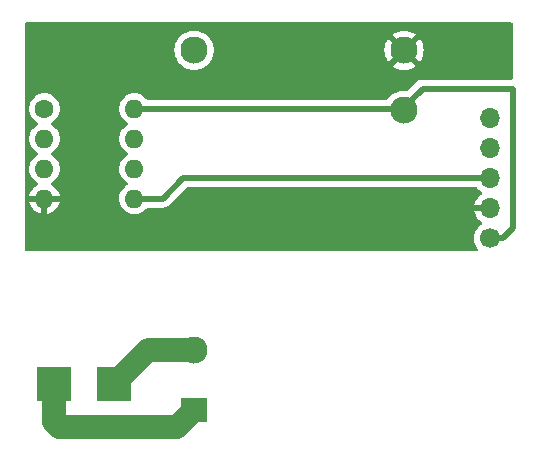
<source format=gbr>
%TF.GenerationSoftware,KiCad,Pcbnew,6.0.2+dfsg-1*%
%TF.CreationDate,2023-07-16T21:42:27+02:00*%
%TF.ProjectId,buzzer,62757a7a-6572-42e6-9b69-6361645f7063,rev?*%
%TF.SameCoordinates,Original*%
%TF.FileFunction,Copper,L1,Top*%
%TF.FilePolarity,Positive*%
%FSLAX46Y46*%
G04 Gerber Fmt 4.6, Leading zero omitted, Abs format (unit mm)*
G04 Created by KiCad (PCBNEW 6.0.2+dfsg-1) date 2023-07-16 21:42:27*
%MOMM*%
%LPD*%
G01*
G04 APERTURE LIST*
%TA.AperFunction,ComponentPad*%
%ADD10R,2.300000X2.000000*%
%TD*%
%TA.AperFunction,ComponentPad*%
%ADD11C,2.300000*%
%TD*%
%TA.AperFunction,ComponentPad*%
%ADD12R,3.000000X3.000000*%
%TD*%
%TA.AperFunction,ComponentPad*%
%ADD13C,1.600000*%
%TD*%
%TA.AperFunction,ComponentPad*%
%ADD14O,1.600000X1.600000*%
%TD*%
%TA.AperFunction,ComponentPad*%
%ADD15C,1.700000*%
%TD*%
%TA.AperFunction,ComponentPad*%
%ADD16O,1.700000X1.700000*%
%TD*%
%TA.AperFunction,Conductor*%
%ADD17C,0.500000*%
%TD*%
%TA.AperFunction,Conductor*%
%ADD18C,0.250000*%
%TD*%
%TA.AperFunction,Conductor*%
%ADD19C,2.000000*%
%TD*%
G04 APERTURE END LIST*
D10*
%TO.P,PS1,1,AC/L*%
%TO.N,Net-(J2-Pad1)*%
X44149574Y-62794667D03*
D11*
%TO.P,PS1,3,AC/N*%
%TO.N,Net-(PS1-Pad3)*%
X44149574Y-57714667D03*
%TO.P,PS1,5,NC*%
%TO.N,unconnected-(PS1-Pad5)*%
X44149574Y-32314667D03*
%TO.P,PS1,14,-Vo*%
%TO.N,GND*%
X61929574Y-32314667D03*
%TO.P,PS1,16,+Vo*%
%TO.N,Vcc*%
X61929574Y-37394667D03*
%TD*%
D12*
%TO.P,AC-IN,1,Pin_1*%
%TO.N,Net-(J2-Pad1)*%
X32290015Y-60595007D03*
%TO.P,AC-IN,2,Pin_2*%
%TO.N,Net-(PS1-Pad3)*%
X37370015Y-60595007D03*
%TD*%
D13*
%TO.P,U1,1,~{RESET}/PB5*%
%TO.N,unconnected-(U1-Pad1)*%
X31482062Y-37256538D03*
D14*
%TO.P,U1,2,PB3*%
%TO.N,unconnected-(U1-Pad2)*%
X31482062Y-39796538D03*
%TO.P,U1,3,PB4*%
%TO.N,unconnected-(U1-Pad3)*%
X31482062Y-42336538D03*
%TO.P,U1,4,GND*%
%TO.N,GND*%
X31482062Y-44876538D03*
%TO.P,U1,5,PB0*%
%TO.N,Net-(J1-Pad3)*%
X39102062Y-44876538D03*
%TO.P,U1,6,PB1*%
%TO.N,unconnected-(U1-Pad6)*%
X39102062Y-42336538D03*
%TO.P,U1,7,PB2*%
%TO.N,unconnected-(U1-Pad7)*%
X39102062Y-39796538D03*
%TO.P,U1,8,VCC*%
%TO.N,Vcc*%
X39102062Y-37256538D03*
%TD*%
D15*
%TO.P,HC-12,1,Pin_1*%
%TO.N,Vcc*%
X69206823Y-48230000D03*
D16*
%TO.P,HC-12,2,Pin_2*%
%TO.N,GND*%
X69206823Y-45690000D03*
%TO.P,HC-12,3,Pin_3*%
%TO.N,Net-(J1-Pad3)*%
X69206823Y-43150000D03*
%TO.P,HC-12,4,Pin_4*%
%TO.N,unconnected-(J1-Pad4)*%
X69206823Y-40610000D03*
%TO.P,HC-12,5,Pin_5*%
%TO.N,unconnected-(J1-Pad5)*%
X69206823Y-38070000D03*
%TD*%
D17*
%TO.N,Net-(J1-Pad3)*%
X41483462Y-44876538D02*
X43210000Y-43150000D01*
X43210000Y-43150000D02*
X69206823Y-43150000D01*
X39102062Y-44876538D02*
X41483462Y-44876538D01*
%TO.N,Vcc*%
X69206823Y-48230000D02*
X70272875Y-48230000D01*
X61791445Y-37256538D02*
X63487983Y-35560000D01*
X71120000Y-47382875D02*
X71120000Y-45720000D01*
X63487983Y-35560000D02*
X71120000Y-35560000D01*
D18*
X61791445Y-37256538D02*
X61929574Y-37394667D01*
D17*
X71120000Y-35560000D02*
X71120000Y-45720000D01*
X70272875Y-48230000D02*
X71120000Y-47382875D01*
X39102062Y-37256538D02*
X61791445Y-37256538D01*
D19*
%TO.N,Net-(J2-Pad1)*%
X42689695Y-64254546D02*
X32739810Y-64254546D01*
X32739810Y-64254546D02*
X32290015Y-63804751D01*
X44149574Y-62794667D02*
X42689695Y-64254546D01*
X32290015Y-63804751D02*
X32290015Y-60595007D01*
%TO.N,Net-(PS1-Pad3)*%
X40250355Y-57714667D02*
X44149574Y-57714667D01*
X37370015Y-60595007D02*
X40250355Y-57714667D01*
%TD*%
%TA.AperFunction,Conductor*%
%TO.N,GND*%
G36*
X71062121Y-29978550D02*
G01*
X71108614Y-30032206D01*
X71120000Y-30084548D01*
X71120000Y-34675500D01*
X71099998Y-34743621D01*
X71046342Y-34790114D01*
X70994000Y-34801500D01*
X63555053Y-34801500D01*
X63536103Y-34800067D01*
X63521868Y-34797901D01*
X63521864Y-34797901D01*
X63514634Y-34796801D01*
X63507342Y-34797394D01*
X63507339Y-34797394D01*
X63461965Y-34801085D01*
X63451750Y-34801500D01*
X63443690Y-34801500D01*
X63430400Y-34803049D01*
X63415476Y-34804789D01*
X63411101Y-34805222D01*
X63345644Y-34810546D01*
X63345641Y-34810547D01*
X63338346Y-34811140D01*
X63331382Y-34813396D01*
X63325423Y-34814587D01*
X63319568Y-34815971D01*
X63312302Y-34816818D01*
X63243656Y-34841735D01*
X63239528Y-34843152D01*
X63177047Y-34863393D01*
X63177045Y-34863394D01*
X63170084Y-34865649D01*
X63163829Y-34869445D01*
X63158355Y-34871951D01*
X63152925Y-34874670D01*
X63146046Y-34877167D01*
X63139926Y-34881180D01*
X63139925Y-34881180D01*
X63085007Y-34917186D01*
X63081303Y-34919523D01*
X63018876Y-34957405D01*
X63010499Y-34964803D01*
X63010475Y-34964776D01*
X63007483Y-34967429D01*
X63004250Y-34970132D01*
X62998131Y-34974144D01*
X62993099Y-34979456D01*
X62944855Y-35030383D01*
X62942477Y-35032825D01*
X62262378Y-35712924D01*
X62200066Y-35746950D01*
X62163397Y-35749441D01*
X61934504Y-35731427D01*
X61929574Y-35731039D01*
X61669325Y-35751521D01*
X61664518Y-35752675D01*
X61664512Y-35752676D01*
X61504505Y-35791091D01*
X61415485Y-35812463D01*
X61410914Y-35814356D01*
X61410912Y-35814357D01*
X61178877Y-35910469D01*
X61178873Y-35910471D01*
X61174303Y-35912364D01*
X60951718Y-36048764D01*
X60753211Y-36218304D01*
X60583671Y-36416811D01*
X60581086Y-36421029D01*
X60581084Y-36421032D01*
X60570763Y-36437874D01*
X60518115Y-36485505D01*
X60463331Y-36498038D01*
X40233929Y-36498038D01*
X40165808Y-36478036D01*
X40130717Y-36444310D01*
X40108260Y-36412238D01*
X39946362Y-36250340D01*
X39941854Y-36247183D01*
X39941851Y-36247181D01*
X39863673Y-36192440D01*
X39758811Y-36119015D01*
X39753829Y-36116692D01*
X39753824Y-36116689D01*
X39556287Y-36024577D01*
X39556286Y-36024577D01*
X39551305Y-36022254D01*
X39545997Y-36020832D01*
X39545995Y-36020831D01*
X39335464Y-35964419D01*
X39335462Y-35964419D01*
X39330149Y-35962995D01*
X39102062Y-35943040D01*
X38873975Y-35962995D01*
X38868662Y-35964419D01*
X38868660Y-35964419D01*
X38658129Y-36020831D01*
X38658127Y-36020832D01*
X38652819Y-36022254D01*
X38647838Y-36024577D01*
X38647837Y-36024577D01*
X38450300Y-36116689D01*
X38450295Y-36116692D01*
X38445313Y-36119015D01*
X38340451Y-36192440D01*
X38262273Y-36247181D01*
X38262270Y-36247183D01*
X38257762Y-36250340D01*
X38095864Y-36412238D01*
X37964539Y-36599789D01*
X37962216Y-36604771D01*
X37962213Y-36604776D01*
X37893530Y-36752069D01*
X37867778Y-36807295D01*
X37866356Y-36812603D01*
X37866355Y-36812605D01*
X37834336Y-36932101D01*
X37808519Y-37028451D01*
X37788564Y-37256538D01*
X37808519Y-37484625D01*
X37809943Y-37489938D01*
X37809943Y-37489940D01*
X37854149Y-37654916D01*
X37867778Y-37705781D01*
X37870101Y-37710762D01*
X37870101Y-37710763D01*
X37962213Y-37908300D01*
X37962216Y-37908305D01*
X37964539Y-37913287D01*
X37967696Y-37917795D01*
X38090250Y-38092820D01*
X38095864Y-38100838D01*
X38257762Y-38262736D01*
X38262270Y-38265893D01*
X38262273Y-38265895D01*
X38340451Y-38320636D01*
X38445313Y-38394061D01*
X38450295Y-38396384D01*
X38450300Y-38396387D01*
X38484519Y-38412343D01*
X38537804Y-38459260D01*
X38557265Y-38527537D01*
X38536723Y-38595497D01*
X38484519Y-38640733D01*
X38450300Y-38656689D01*
X38450295Y-38656692D01*
X38445313Y-38659015D01*
X38402462Y-38689020D01*
X38262273Y-38787181D01*
X38262270Y-38787183D01*
X38257762Y-38790340D01*
X38095864Y-38952238D01*
X38092707Y-38956746D01*
X38092705Y-38956749D01*
X38077807Y-38978026D01*
X37964539Y-39139789D01*
X37962216Y-39144771D01*
X37962213Y-39144776D01*
X37874947Y-39331921D01*
X37867778Y-39347295D01*
X37866356Y-39352603D01*
X37866355Y-39352605D01*
X37834335Y-39472104D01*
X37808519Y-39568451D01*
X37788564Y-39796538D01*
X37808519Y-40024625D01*
X37809943Y-40029938D01*
X37809943Y-40029940D01*
X37839248Y-40139305D01*
X37867778Y-40245781D01*
X37870101Y-40250762D01*
X37870101Y-40250763D01*
X37962213Y-40448300D01*
X37962216Y-40448305D01*
X37964539Y-40453287D01*
X38095864Y-40640838D01*
X38257762Y-40802736D01*
X38262270Y-40805893D01*
X38262273Y-40805895D01*
X38340451Y-40860636D01*
X38445313Y-40934061D01*
X38450295Y-40936384D01*
X38450300Y-40936387D01*
X38484519Y-40952343D01*
X38537804Y-40999260D01*
X38557265Y-41067537D01*
X38536723Y-41135497D01*
X38484519Y-41180733D01*
X38450300Y-41196689D01*
X38450295Y-41196692D01*
X38445313Y-41199015D01*
X38402462Y-41229020D01*
X38262273Y-41327181D01*
X38262270Y-41327183D01*
X38257762Y-41330340D01*
X38095864Y-41492238D01*
X37964539Y-41679789D01*
X37962216Y-41684771D01*
X37962213Y-41684776D01*
X37874947Y-41871921D01*
X37867778Y-41887295D01*
X37866356Y-41892603D01*
X37866355Y-41892605D01*
X37834335Y-42012104D01*
X37808519Y-42108451D01*
X37788564Y-42336538D01*
X37808519Y-42564625D01*
X37867778Y-42785781D01*
X37870101Y-42790762D01*
X37870101Y-42790763D01*
X37962213Y-42988300D01*
X37962216Y-42988305D01*
X37964539Y-42993287D01*
X38095864Y-43180838D01*
X38257762Y-43342736D01*
X38262270Y-43345893D01*
X38262273Y-43345895D01*
X38340451Y-43400636D01*
X38445313Y-43474061D01*
X38450295Y-43476384D01*
X38450300Y-43476387D01*
X38484519Y-43492343D01*
X38537804Y-43539260D01*
X38557265Y-43607537D01*
X38536723Y-43675497D01*
X38484519Y-43720733D01*
X38450300Y-43736689D01*
X38450295Y-43736692D01*
X38445313Y-43739015D01*
X38340451Y-43812440D01*
X38262273Y-43867181D01*
X38262270Y-43867183D01*
X38257762Y-43870340D01*
X38095864Y-44032238D01*
X37964539Y-44219789D01*
X37962216Y-44224771D01*
X37962213Y-44224776D01*
X37874796Y-44412245D01*
X37867778Y-44427295D01*
X37866356Y-44432603D01*
X37866355Y-44432605D01*
X37816527Y-44618565D01*
X37808519Y-44648451D01*
X37788564Y-44876538D01*
X37808519Y-45104625D01*
X37809943Y-45109938D01*
X37809943Y-45109940D01*
X37840632Y-45224470D01*
X37867778Y-45325781D01*
X37870101Y-45330762D01*
X37870101Y-45330763D01*
X37962213Y-45528300D01*
X37962216Y-45528305D01*
X37964539Y-45533287D01*
X38095864Y-45720838D01*
X38257762Y-45882736D01*
X38262270Y-45885893D01*
X38262273Y-45885895D01*
X38262596Y-45886121D01*
X38445313Y-46014061D01*
X38450295Y-46016384D01*
X38450300Y-46016387D01*
X38646827Y-46108028D01*
X38652819Y-46110822D01*
X38658127Y-46112244D01*
X38658129Y-46112245D01*
X38868660Y-46168657D01*
X38868662Y-46168657D01*
X38873975Y-46170081D01*
X39102062Y-46190036D01*
X39330149Y-46170081D01*
X39335462Y-46168657D01*
X39335464Y-46168657D01*
X39545995Y-46112245D01*
X39545997Y-46112244D01*
X39551305Y-46110822D01*
X39557297Y-46108028D01*
X39753824Y-46016387D01*
X39753829Y-46016384D01*
X39758811Y-46014061D01*
X39941528Y-45886121D01*
X39941851Y-45885895D01*
X39941854Y-45885893D01*
X39946362Y-45882736D01*
X40108260Y-45720838D01*
X40130717Y-45688767D01*
X40186172Y-45644439D01*
X40233929Y-45635038D01*
X41416392Y-45635038D01*
X41435342Y-45636471D01*
X41449577Y-45638637D01*
X41449581Y-45638637D01*
X41456811Y-45639737D01*
X41464103Y-45639144D01*
X41464106Y-45639144D01*
X41509480Y-45635453D01*
X41519695Y-45635038D01*
X41527755Y-45635038D01*
X41541045Y-45633489D01*
X41555969Y-45631749D01*
X41560344Y-45631316D01*
X41625801Y-45625992D01*
X41625804Y-45625991D01*
X41633099Y-45625398D01*
X41640063Y-45623142D01*
X41646022Y-45621951D01*
X41651877Y-45620567D01*
X41659143Y-45619720D01*
X41727789Y-45594803D01*
X41731917Y-45593386D01*
X41794398Y-45573145D01*
X41794400Y-45573144D01*
X41801361Y-45570889D01*
X41807616Y-45567093D01*
X41813090Y-45564587D01*
X41818520Y-45561868D01*
X41825399Y-45559371D01*
X41858689Y-45537545D01*
X41886438Y-45519352D01*
X41890142Y-45517015D01*
X41952569Y-45479133D01*
X41960946Y-45471735D01*
X41960970Y-45471762D01*
X41963962Y-45469109D01*
X41967195Y-45466406D01*
X41973314Y-45462394D01*
X42026590Y-45406155D01*
X42028968Y-45403713D01*
X43487276Y-43945405D01*
X43549588Y-43911379D01*
X43576371Y-43908500D01*
X68009314Y-43908500D01*
X68077435Y-43928502D01*
X68106225Y-43955595D01*
X68106810Y-43955088D01*
X68253073Y-44123938D01*
X68424949Y-44266632D01*
X68498778Y-44309774D01*
X68547502Y-44361412D01*
X68560573Y-44431195D01*
X68533842Y-44496967D01*
X68493385Y-44530327D01*
X68485280Y-44534546D01*
X68476561Y-44540036D01*
X68306256Y-44667905D01*
X68298549Y-44674748D01*
X68151413Y-44828717D01*
X68144927Y-44836727D01*
X68024921Y-45012649D01*
X68019823Y-45021623D01*
X67930161Y-45214783D01*
X67926598Y-45224470D01*
X67871212Y-45424183D01*
X67872735Y-45432607D01*
X67885115Y-45436000D01*
X69334823Y-45436000D01*
X69402944Y-45456002D01*
X69449437Y-45509658D01*
X69460823Y-45562000D01*
X69460823Y-45818000D01*
X69440821Y-45886121D01*
X69387165Y-45932614D01*
X69334823Y-45944000D01*
X67890048Y-45944000D01*
X67876517Y-45947973D01*
X67875080Y-45957966D01*
X67905388Y-46092446D01*
X67908468Y-46102275D01*
X67988593Y-46299603D01*
X67993236Y-46308794D01*
X68104517Y-46490388D01*
X68110600Y-46498699D01*
X68250036Y-46659667D01*
X68257403Y-46666883D01*
X68421257Y-46802916D01*
X68429704Y-46808831D01*
X68498792Y-46849203D01*
X68547516Y-46900842D01*
X68560587Y-46970625D01*
X68533856Y-47036396D01*
X68493407Y-47069752D01*
X68480430Y-47076507D01*
X68476297Y-47079610D01*
X68476294Y-47079612D01*
X68441683Y-47105599D01*
X68301788Y-47210635D01*
X68147452Y-47372138D01*
X68021566Y-47556680D01*
X67927511Y-47759305D01*
X67867812Y-47974570D01*
X67844074Y-48196695D01*
X67856933Y-48419715D01*
X67858070Y-48424761D01*
X67858071Y-48424767D01*
X67882127Y-48531508D01*
X67906045Y-48637639D01*
X67955575Y-48759617D01*
X67983699Y-48828878D01*
X67990089Y-48844616D01*
X68006631Y-48871610D01*
X68072718Y-48979454D01*
X68106810Y-49035088D01*
X68187331Y-49128043D01*
X68187343Y-49128057D01*
X68216826Y-49192643D01*
X68206712Y-49262915D01*
X68160210Y-49316563D01*
X68092106Y-49336555D01*
X29925947Y-49336555D01*
X29857826Y-49316553D01*
X29811333Y-49262897D01*
X29799947Y-49210555D01*
X29799947Y-45143060D01*
X30199335Y-45143060D01*
X30246826Y-45320299D01*
X30250572Y-45330591D01*
X30342648Y-45528049D01*
X30348131Y-45537545D01*
X30473090Y-45716005D01*
X30480146Y-45724413D01*
X30634187Y-45878454D01*
X30642595Y-45885510D01*
X30821055Y-46010469D01*
X30830551Y-46015952D01*
X31028009Y-46108028D01*
X31038301Y-46111774D01*
X31210565Y-46157932D01*
X31224661Y-46157596D01*
X31228062Y-46149654D01*
X31228062Y-46144505D01*
X31736062Y-46144505D01*
X31740035Y-46158036D01*
X31748584Y-46159265D01*
X31925823Y-46111774D01*
X31936115Y-46108028D01*
X32133573Y-46015952D01*
X32143069Y-46010469D01*
X32321529Y-45885510D01*
X32329937Y-45878454D01*
X32483978Y-45724413D01*
X32491034Y-45716005D01*
X32615993Y-45537545D01*
X32621476Y-45528049D01*
X32713552Y-45330591D01*
X32717298Y-45320299D01*
X32763456Y-45148035D01*
X32763120Y-45133939D01*
X32755178Y-45130538D01*
X31754177Y-45130538D01*
X31738938Y-45135013D01*
X31737733Y-45136403D01*
X31736062Y-45144086D01*
X31736062Y-46144505D01*
X31228062Y-46144505D01*
X31228062Y-45148653D01*
X31223587Y-45133414D01*
X31222197Y-45132209D01*
X31214514Y-45130538D01*
X30214095Y-45130538D01*
X30200564Y-45134511D01*
X30199335Y-45143060D01*
X29799947Y-45143060D01*
X29799947Y-42336538D01*
X30168564Y-42336538D01*
X30188519Y-42564625D01*
X30247778Y-42785781D01*
X30250101Y-42790762D01*
X30250101Y-42790763D01*
X30342213Y-42988300D01*
X30342216Y-42988305D01*
X30344539Y-42993287D01*
X30475864Y-43180838D01*
X30637762Y-43342736D01*
X30642270Y-43345893D01*
X30642273Y-43345895D01*
X30720451Y-43400636D01*
X30825313Y-43474061D01*
X30830295Y-43476384D01*
X30830300Y-43476387D01*
X30865111Y-43492619D01*
X30918396Y-43539536D01*
X30937857Y-43607813D01*
X30917315Y-43675773D01*
X30865111Y-43721009D01*
X30830551Y-43737124D01*
X30821055Y-43742607D01*
X30642595Y-43867566D01*
X30634187Y-43874622D01*
X30480146Y-44028663D01*
X30473090Y-44037071D01*
X30348131Y-44215531D01*
X30342648Y-44225027D01*
X30250572Y-44422485D01*
X30246826Y-44432777D01*
X30200668Y-44605041D01*
X30201004Y-44619137D01*
X30208946Y-44622538D01*
X32750029Y-44622538D01*
X32763560Y-44618565D01*
X32764789Y-44610016D01*
X32717298Y-44432777D01*
X32713552Y-44422485D01*
X32621476Y-44225027D01*
X32615993Y-44215531D01*
X32491034Y-44037071D01*
X32483978Y-44028663D01*
X32329937Y-43874622D01*
X32321529Y-43867566D01*
X32143069Y-43742607D01*
X32133573Y-43737124D01*
X32099013Y-43721009D01*
X32045728Y-43674092D01*
X32026267Y-43605815D01*
X32046809Y-43537855D01*
X32099013Y-43492619D01*
X32133824Y-43476387D01*
X32133829Y-43476384D01*
X32138811Y-43474061D01*
X32243673Y-43400636D01*
X32321851Y-43345895D01*
X32321854Y-43345893D01*
X32326362Y-43342736D01*
X32488260Y-43180838D01*
X32619585Y-42993287D01*
X32621908Y-42988305D01*
X32621911Y-42988300D01*
X32714023Y-42790763D01*
X32714023Y-42790762D01*
X32716346Y-42785781D01*
X32775605Y-42564625D01*
X32795560Y-42336538D01*
X32775605Y-42108451D01*
X32749789Y-42012104D01*
X32717769Y-41892605D01*
X32717768Y-41892603D01*
X32716346Y-41887295D01*
X32709177Y-41871921D01*
X32621911Y-41684776D01*
X32621908Y-41684771D01*
X32619585Y-41679789D01*
X32488260Y-41492238D01*
X32326362Y-41330340D01*
X32321854Y-41327183D01*
X32321851Y-41327181D01*
X32181662Y-41229020D01*
X32138811Y-41199015D01*
X32133829Y-41196692D01*
X32133824Y-41196689D01*
X32099605Y-41180733D01*
X32046320Y-41133816D01*
X32026859Y-41065539D01*
X32047401Y-40997579D01*
X32099605Y-40952343D01*
X32133824Y-40936387D01*
X32133829Y-40936384D01*
X32138811Y-40934061D01*
X32243673Y-40860636D01*
X32321851Y-40805895D01*
X32321854Y-40805893D01*
X32326362Y-40802736D01*
X32488260Y-40640838D01*
X32619585Y-40453287D01*
X32621908Y-40448305D01*
X32621911Y-40448300D01*
X32714023Y-40250763D01*
X32714023Y-40250762D01*
X32716346Y-40245781D01*
X32744877Y-40139305D01*
X32774181Y-40029940D01*
X32774181Y-40029938D01*
X32775605Y-40024625D01*
X32795560Y-39796538D01*
X32775605Y-39568451D01*
X32749789Y-39472104D01*
X32717769Y-39352605D01*
X32717768Y-39352603D01*
X32716346Y-39347295D01*
X32709177Y-39331921D01*
X32621911Y-39144776D01*
X32621908Y-39144771D01*
X32619585Y-39139789D01*
X32506317Y-38978026D01*
X32491419Y-38956749D01*
X32491417Y-38956746D01*
X32488260Y-38952238D01*
X32326362Y-38790340D01*
X32321854Y-38787183D01*
X32321851Y-38787181D01*
X32181662Y-38689020D01*
X32138811Y-38659015D01*
X32133829Y-38656692D01*
X32133824Y-38656689D01*
X32099605Y-38640733D01*
X32046320Y-38593816D01*
X32026859Y-38525539D01*
X32047401Y-38457579D01*
X32099605Y-38412343D01*
X32133824Y-38396387D01*
X32133829Y-38396384D01*
X32138811Y-38394061D01*
X32243673Y-38320636D01*
X32321851Y-38265895D01*
X32321854Y-38265893D01*
X32326362Y-38262736D01*
X32488260Y-38100838D01*
X32493875Y-38092820D01*
X32616428Y-37917795D01*
X32619585Y-37913287D01*
X32621908Y-37908305D01*
X32621911Y-37908300D01*
X32714023Y-37710763D01*
X32714023Y-37710762D01*
X32716346Y-37705781D01*
X32729976Y-37654916D01*
X32774181Y-37489940D01*
X32774181Y-37489938D01*
X32775605Y-37484625D01*
X32795560Y-37256538D01*
X32775605Y-37028451D01*
X32749788Y-36932101D01*
X32717769Y-36812605D01*
X32717768Y-36812603D01*
X32716346Y-36807295D01*
X32690594Y-36752069D01*
X32621911Y-36604776D01*
X32621908Y-36604771D01*
X32619585Y-36599789D01*
X32488260Y-36412238D01*
X32326362Y-36250340D01*
X32321854Y-36247183D01*
X32321851Y-36247181D01*
X32243673Y-36192440D01*
X32138811Y-36119015D01*
X32133829Y-36116692D01*
X32133824Y-36116689D01*
X31936287Y-36024577D01*
X31936286Y-36024577D01*
X31931305Y-36022254D01*
X31925997Y-36020832D01*
X31925995Y-36020831D01*
X31715464Y-35964419D01*
X31715462Y-35964419D01*
X31710149Y-35962995D01*
X31482062Y-35943040D01*
X31253975Y-35962995D01*
X31248662Y-35964419D01*
X31248660Y-35964419D01*
X31038129Y-36020831D01*
X31038127Y-36020832D01*
X31032819Y-36022254D01*
X31027838Y-36024577D01*
X31027837Y-36024577D01*
X30830300Y-36116689D01*
X30830295Y-36116692D01*
X30825313Y-36119015D01*
X30720451Y-36192440D01*
X30642273Y-36247181D01*
X30642270Y-36247183D01*
X30637762Y-36250340D01*
X30475864Y-36412238D01*
X30344539Y-36599789D01*
X30342216Y-36604771D01*
X30342213Y-36604776D01*
X30273530Y-36752069D01*
X30247778Y-36807295D01*
X30246356Y-36812603D01*
X30246355Y-36812605D01*
X30214336Y-36932101D01*
X30188519Y-37028451D01*
X30168564Y-37256538D01*
X30188519Y-37484625D01*
X30189943Y-37489938D01*
X30189943Y-37489940D01*
X30234149Y-37654916D01*
X30247778Y-37705781D01*
X30250101Y-37710762D01*
X30250101Y-37710763D01*
X30342213Y-37908300D01*
X30342216Y-37908305D01*
X30344539Y-37913287D01*
X30347696Y-37917795D01*
X30470250Y-38092820D01*
X30475864Y-38100838D01*
X30637762Y-38262736D01*
X30642270Y-38265893D01*
X30642273Y-38265895D01*
X30720451Y-38320636D01*
X30825313Y-38394061D01*
X30830295Y-38396384D01*
X30830300Y-38396387D01*
X30864519Y-38412343D01*
X30917804Y-38459260D01*
X30937265Y-38527537D01*
X30916723Y-38595497D01*
X30864519Y-38640733D01*
X30830300Y-38656689D01*
X30830295Y-38656692D01*
X30825313Y-38659015D01*
X30782462Y-38689020D01*
X30642273Y-38787181D01*
X30642270Y-38787183D01*
X30637762Y-38790340D01*
X30475864Y-38952238D01*
X30472707Y-38956746D01*
X30472705Y-38956749D01*
X30457807Y-38978026D01*
X30344539Y-39139789D01*
X30342216Y-39144771D01*
X30342213Y-39144776D01*
X30254947Y-39331921D01*
X30247778Y-39347295D01*
X30246356Y-39352603D01*
X30246355Y-39352605D01*
X30214335Y-39472104D01*
X30188519Y-39568451D01*
X30168564Y-39796538D01*
X30188519Y-40024625D01*
X30189943Y-40029938D01*
X30189943Y-40029940D01*
X30219248Y-40139305D01*
X30247778Y-40245781D01*
X30250101Y-40250762D01*
X30250101Y-40250763D01*
X30342213Y-40448300D01*
X30342216Y-40448305D01*
X30344539Y-40453287D01*
X30475864Y-40640838D01*
X30637762Y-40802736D01*
X30642270Y-40805893D01*
X30642273Y-40805895D01*
X30720451Y-40860636D01*
X30825313Y-40934061D01*
X30830295Y-40936384D01*
X30830300Y-40936387D01*
X30864519Y-40952343D01*
X30917804Y-40999260D01*
X30937265Y-41067537D01*
X30916723Y-41135497D01*
X30864519Y-41180733D01*
X30830300Y-41196689D01*
X30830295Y-41196692D01*
X30825313Y-41199015D01*
X30782462Y-41229020D01*
X30642273Y-41327181D01*
X30642270Y-41327183D01*
X30637762Y-41330340D01*
X30475864Y-41492238D01*
X30344539Y-41679789D01*
X30342216Y-41684771D01*
X30342213Y-41684776D01*
X30254947Y-41871921D01*
X30247778Y-41887295D01*
X30246356Y-41892603D01*
X30246355Y-41892605D01*
X30214335Y-42012104D01*
X30188519Y-42108451D01*
X30168564Y-42336538D01*
X29799947Y-42336538D01*
X29799946Y-32314667D01*
X42485946Y-32314667D01*
X42506428Y-32574916D01*
X42507582Y-32579723D01*
X42507583Y-32579729D01*
X42545998Y-32739736D01*
X42567370Y-32828756D01*
X42667271Y-33069938D01*
X42803671Y-33292523D01*
X42973211Y-33491030D01*
X43171718Y-33660570D01*
X43394303Y-33796970D01*
X43398873Y-33798863D01*
X43398877Y-33798865D01*
X43629763Y-33894501D01*
X43635485Y-33896871D01*
X43724505Y-33918243D01*
X43884512Y-33956658D01*
X43884518Y-33956659D01*
X43889325Y-33957813D01*
X44149574Y-33978295D01*
X44409823Y-33957813D01*
X44414630Y-33956659D01*
X44414636Y-33956658D01*
X44574643Y-33918243D01*
X44663663Y-33896871D01*
X44669385Y-33894501D01*
X44900271Y-33798865D01*
X44900275Y-33798863D01*
X44904845Y-33796970D01*
X45127430Y-33660570D01*
X45131761Y-33656871D01*
X60952725Y-33656871D01*
X60957294Y-33663402D01*
X61170310Y-33793938D01*
X61179104Y-33798419D01*
X61411066Y-33894501D01*
X61420451Y-33897550D01*
X61664591Y-33956163D01*
X61674338Y-33957706D01*
X61924644Y-33977406D01*
X61934504Y-33977406D01*
X62184810Y-33957706D01*
X62194557Y-33956163D01*
X62438697Y-33897550D01*
X62448082Y-33894501D01*
X62680044Y-33798419D01*
X62688838Y-33793938D01*
X62900449Y-33664263D01*
X62906496Y-33654997D01*
X62900489Y-33644792D01*
X61942386Y-32686689D01*
X61928442Y-32679075D01*
X61926609Y-32679206D01*
X61919994Y-32683457D01*
X60960118Y-33643333D01*
X60952725Y-33656871D01*
X45131761Y-33656871D01*
X45325937Y-33491030D01*
X45495477Y-33292523D01*
X45631877Y-33069938D01*
X45731778Y-32828756D01*
X45753150Y-32739736D01*
X45791565Y-32579729D01*
X45791566Y-32579723D01*
X45792720Y-32574916D01*
X45812814Y-32319597D01*
X60266835Y-32319597D01*
X60286535Y-32569903D01*
X60288078Y-32579650D01*
X60346691Y-32823790D01*
X60349740Y-32833175D01*
X60445822Y-33065137D01*
X60450303Y-33073931D01*
X60579978Y-33285542D01*
X60589244Y-33291589D01*
X60599449Y-33285582D01*
X61557552Y-32327479D01*
X61563930Y-32315799D01*
X62293982Y-32315799D01*
X62294113Y-32317632D01*
X62298364Y-32324247D01*
X63258240Y-33284123D01*
X63271778Y-33291516D01*
X63278309Y-33286947D01*
X63408845Y-33073931D01*
X63413326Y-33065137D01*
X63509408Y-32833175D01*
X63512457Y-32823790D01*
X63571070Y-32579650D01*
X63572613Y-32569903D01*
X63592313Y-32319597D01*
X63592313Y-32309737D01*
X63572613Y-32059431D01*
X63571070Y-32049684D01*
X63512457Y-31805544D01*
X63509408Y-31796159D01*
X63413326Y-31564197D01*
X63408845Y-31555403D01*
X63279170Y-31343792D01*
X63269904Y-31337745D01*
X63259699Y-31343752D01*
X62301596Y-32301855D01*
X62293982Y-32315799D01*
X61563930Y-32315799D01*
X61565166Y-32313535D01*
X61565035Y-32311702D01*
X61560784Y-32305087D01*
X60600908Y-31345211D01*
X60587370Y-31337818D01*
X60580839Y-31342387D01*
X60450303Y-31555403D01*
X60445822Y-31564197D01*
X60349740Y-31796159D01*
X60346691Y-31805544D01*
X60288078Y-32049684D01*
X60286535Y-32059431D01*
X60266835Y-32309737D01*
X60266835Y-32319597D01*
X45812814Y-32319597D01*
X45813202Y-32314667D01*
X45792720Y-32054418D01*
X45791566Y-32049611D01*
X45791565Y-32049605D01*
X45732933Y-31805390D01*
X45731778Y-31800578D01*
X45631877Y-31559396D01*
X45495477Y-31336811D01*
X45325937Y-31138304D01*
X45133955Y-30974337D01*
X60952652Y-30974337D01*
X60958659Y-30984542D01*
X61916762Y-31942645D01*
X61930706Y-31950259D01*
X61932539Y-31950128D01*
X61939154Y-31945877D01*
X62899030Y-30986001D01*
X62906423Y-30972463D01*
X62901854Y-30965932D01*
X62688838Y-30835396D01*
X62680044Y-30830915D01*
X62448082Y-30734833D01*
X62438697Y-30731784D01*
X62194557Y-30673171D01*
X62184810Y-30671628D01*
X61934504Y-30651928D01*
X61924644Y-30651928D01*
X61674338Y-30671628D01*
X61664591Y-30673171D01*
X61420451Y-30731784D01*
X61411066Y-30734833D01*
X61179104Y-30830915D01*
X61170310Y-30835396D01*
X60958699Y-30965071D01*
X60952652Y-30974337D01*
X45133955Y-30974337D01*
X45127430Y-30968764D01*
X44904845Y-30832364D01*
X44900275Y-30830471D01*
X44900271Y-30830469D01*
X44668236Y-30734357D01*
X44668234Y-30734356D01*
X44663663Y-30732463D01*
X44574643Y-30711091D01*
X44414636Y-30672676D01*
X44414630Y-30672675D01*
X44409823Y-30671521D01*
X44149574Y-30651039D01*
X43889325Y-30671521D01*
X43884518Y-30672675D01*
X43884512Y-30672676D01*
X43724505Y-30711091D01*
X43635485Y-30732463D01*
X43630914Y-30734356D01*
X43630912Y-30734357D01*
X43398877Y-30830469D01*
X43398873Y-30830471D01*
X43394303Y-30832364D01*
X43171718Y-30968764D01*
X42973211Y-31138304D01*
X42803671Y-31336811D01*
X42667271Y-31559396D01*
X42567370Y-31800578D01*
X42566215Y-31805390D01*
X42507583Y-32049605D01*
X42507582Y-32049611D01*
X42506428Y-32054418D01*
X42485946Y-32314667D01*
X29799946Y-32314667D01*
X29799946Y-30084548D01*
X29819948Y-30016427D01*
X29873604Y-29969934D01*
X29925946Y-29958548D01*
X70994000Y-29958548D01*
X71062121Y-29978550D01*
G37*
%TD.AperFunction*%
%TD*%
M02*

</source>
